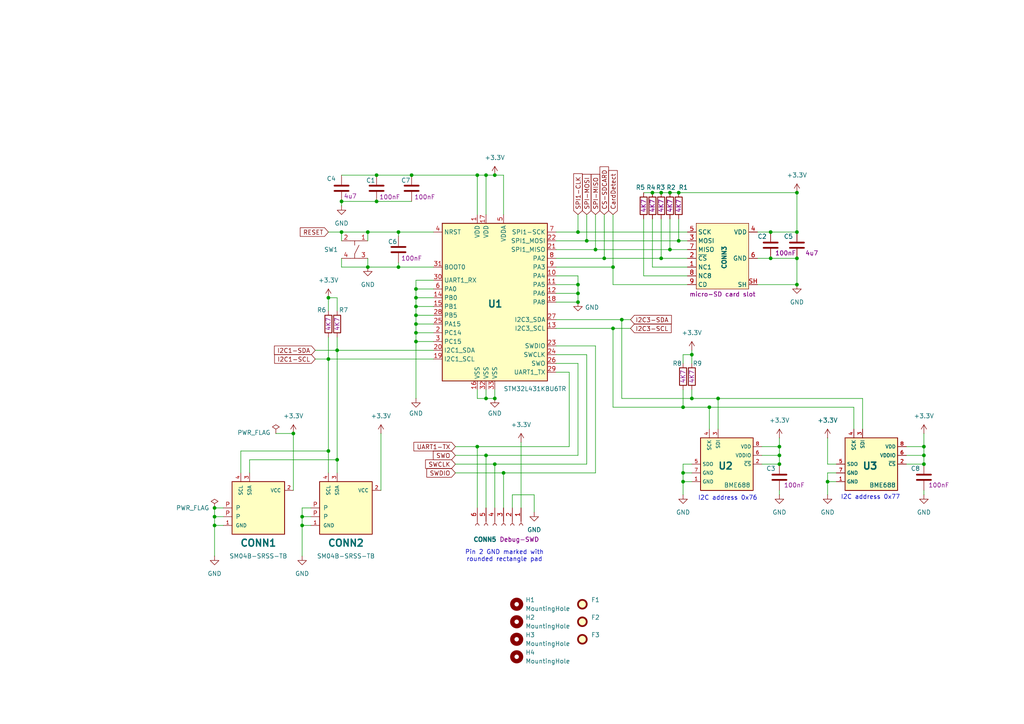
<source format=kicad_sch>
(kicad_sch (version 20231120) (generator "eeschema") (generator_version "8.0")
  (paper "A4")
  (title_block (title "BME688") (date "2024-09-18") (rev "V1") (company "Strooom"))
  (lib_symbols
    (symbol "1projectLibrary:BME688"
      (property "Reference" "U2" (at 2.54 0 0))
      (property "Value" "BME688" (at 7.747 -9.144 0))
      (symbol "BME688_1_1"
        (pin power_in line (at -10.16 -5.08 0) (length 2.54) (name "GND") (number "1"))
        (pin input line (at 10.16 0 180) (length 2.54) (name "~{CS}") (number "2"))
        (pin input line (at -2.54 10.16 270) (length 2.54) (name "SDI") (number "3"))
        (pin input line (at -5.08 10.16 270) (length 2.54) (name "SCK") (number "4"))
        (pin input line (at -10.16 0 0) (length 2.54) (name "SDO") (number "5"))
        (pin power_in line (at 10.16 2.54 180) (length 2.54) (name "VDDIO") (number "6"))
        (pin power_in line (at -10.16 -2.54 0) (length 2.54) (name "GND") (number "7"))
        (pin power_in line (at 10.16 5.08 180) (length 2.54) (name "VDD") (number "8"))
      )
    )
    (symbol "1projectLibrary:Qwiic connector" (pin_names (offset 1.016))
      (property "Reference" "CONN1" (at -5.08 0 0))
      (property "Value" "SM04B-SRSS-TB" (at -7.62 -10.16 0))
      (symbol "Qwiic connector_1_0"
        (pin power_in line (at -10.16 -5.08 0) (length 2.54) (name "GND") (number "1"))
        (pin power_in line (at 10.16 5.08 180) (length 2.54) (name "VCC") (number "2"))
        (pin bidirectional line (at -2.54 10.16 270) (length 2.54) (name "SDA") (number "3"))
        (pin bidirectional line (at -5.08 10.16 270) (length 2.54) (name "SCL") (number "4"))
      )
      (symbol "Qwiic connector_1_1"
        (pin passive line (at -10.16 -2.54 0) (length 2.54) (name "P") (number "P"))
        (pin passive line (at -10.16 0 0) (length 2.54) (name "P") (number "P"))
      )
    )
    (symbol "1projectLibrary:STM32L431K"
      (property "Reference" "U1" (at -2.286 -0.508 0))
      (property "Value" "STM32L431K" (at 2.54 -25.146 0))
      (symbol "STM32L431K_1_1"
        (pin power_in line (at -5.08 25.4 270) (length 2.54) (name "VDD") (number "1"))
        (pin input line (at 17.78 7.62 180) (length 2.54) (name "PA4") (number "10"))
        (pin input line (at 17.78 5.08 180) (length 2.54) (name "PA5") (number "11"))
        (pin input line (at 17.78 2.54 180) (length 2.54) (name "PA6") (number "12"))
        (pin output line (at 17.78 -7.62 180) (length 2.54) (name "I2C3_SCL") (number "13"))
        (pin input line (at -17.78 1.27 0) (length 2.54) (name "PB0") (number "14"))
        (pin input line (at -17.78 -1.27 0) (length 2.54) (name "PB1") (number "15"))
        (pin power_in line (at -5.08 -25.4 90) (length 2.54) (name "VSS") (number "16"))
        (pin power_in line (at -2.54 25.4 270) (length 2.54) (name "VDD") (number "17"))
        (pin input line (at 17.78 0 180) (length 2.54) (name "PA8") (number "18"))
        (pin output line (at -17.78 -16.51 0) (length 2.54) (name "I2C1_SCL") (number "19"))
        (pin input line (at -17.78 -8.89 0) (length 2.54) (name "PC14") (number "2"))
        (pin bidirectional line (at -17.78 -13.97 0) (length 2.54) (name "I2C1_SDA") (number "20"))
        (pin input line (at 17.78 15.24 180) (length 2.54) (name "SPI1_MISO") (number "21"))
        (pin output line (at 17.78 17.78 180) (length 2.54) (name "SPI1_MOSI") (number "22"))
        (pin bidirectional line (at 17.78 -12.7 180) (length 2.54) (name "SWDIO") (number "23"))
        (pin bidirectional line (at 17.78 -15.24 180) (length 2.54) (name "SWCLK") (number "24"))
        (pin input line (at -17.78 -6.35 0) (length 2.54) (name "PA15") (number "25"))
        (pin output line (at 17.78 -17.78 180) (length 2.54) (name "SWO") (number "26"))
        (pin bidirectional line (at 17.78 -5.08 180) (length 2.54) (name "I2C3_SDA") (number "27"))
        (pin input line (at -17.78 -3.81 0) (length 2.54) (name "PB5") (number "28"))
        (pin output line (at 17.78 -20.32 180) (length 2.54) (name "UART1_TX") (number "29"))
        (pin input line (at -17.78 -11.43 0) (length 2.54) (name "PC15") (number "3"))
        (pin input line (at -17.78 6.35 0) (length 2.54) (name "UART1_RX") (number "30"))
        (pin input line (at -17.78 10.16 0) (length 2.54) (name "BOOT0") (number "31"))
        (pin passive line (at -2.54 -25.4 90) (length 2.54) (name "VSS") (number "32"))
        (pin passive line (at 0 -25.4 90) (length 2.54) (name "VSS") (number "33"))
        (pin input line (at -17.78 20.32 0) (length 2.54) (name "NRST") (number "4"))
        (pin power_in line (at 2.54 25.4 270) (length 2.54) (name "VDDA") (number "5"))
        (pin input line (at -17.78 3.81 0) (length 2.54) (name "PA0") (number "6"))
        (pin output line (at 17.78 20.32 180) (length 2.54) (name "SPI1-SCK") (number "7"))
        (pin bidirectional line (at 17.78 12.7 180) (length 2.54) (name "PA2") (number "8"))
        (pin bidirectional line (at 17.78 10.16 180) (length 2.54) (name "PA3") (number "9"))
      )
    )
    (symbol "1projectLibrary:Switch_434133025816" (pin_names (offset 1.016) hide)
      (symbol "Switch_434133025816_1_1"
        (pin passive line (at 3.81 2.54 180) (length 2.54) (name "1") (number "1"))
        (pin passive line (at -3.81 2.54 0) (length 2.54) (name "2") (number "2"))
        (pin passive line (at 3.81 -2.54 180) (length 2.54) (name "3") (number "3"))
        (pin passive line (at -3.81 -2.54 0) (length 2.54) (name "4") (number "4"))
      )
    )
    (symbol "1projectLibrary:microSdCard"
      (property "Reference" "CONN" (at 0 12.7 0))
      (property "Value" "MSD-1-A" (at 2.54 -10.16 0))
      (property "Description" "micro-SD card slot" (at 0 -12.7 0))
      (symbol "microSdCard_1_1"
        (pin input line (at -10.16 -2.54 0) (length 2.54) (name "NC1") (number "1"))
        (pin input line (at -10.16 0 0) (length 2.54) (name "~{CS}") (number "2"))
        (pin input line (at -10.16 5.08 0) (length 2.54) (name "MOSI") (number "3"))
        (pin power_in line (at 10.16 7.62 180) (length 2.54) (name "VDD") (number "4"))
        (pin input line (at -10.16 7.62 0) (length 2.54) (name "SCK") (number "5"))
        (pin power_in line (at 10.16 0 180) (length 2.54) (name "GND") (number "6"))
        (pin tri_state line (at -10.16 2.54 0) (length 2.54) (name "MISO") (number "7"))
        (pin input line (at -10.16 -5.08 0) (length 2.54) (name "NC8") (number "8"))
        (pin output line (at -10.16 -7.62 0) (length 2.54) (name "CD") (number "9"))
        (pin passive line (at 10.16 -7.62 180) (length 2.54) (name "SH") (number "SH"))
      )
    )
    (symbol "Connector:Conn_01x06_Socket" (pin_names (offset 1.016) hide)
      (property "Reference" "J" (at 0 7.62 0))
      (property "Value" "Conn_01x06_Socket" (at 0 -10.16 0))
      (symbol "Conn_01x06_Socket_1_1"
        (pin passive line (at -5.08 5.08 0) (length 3.81) (name "Pin_1") (number "1"))
        (pin passive line (at -5.08 2.54 0) (length 3.81) (name "Pin_2") (number "2"))
        (pin passive line (at -5.08 0 0) (length 3.81) (name "Pin_3") (number "3"))
        (pin passive line (at -5.08 -2.54 0) (length 3.81) (name "Pin_4") (number "4"))
        (pin passive line (at -5.08 -5.08 0) (length 3.81) (name "Pin_5") (number "5"))
        (pin passive line (at -5.08 -7.62 0) (length 3.81) (name "Pin_6") (number "6"))
      )
    )
    (symbol "Device:C" (pin_numbers hide) (pin_names (offset 0.254))
      (property "Reference" "C" (at 0.635 2.54 0))
      (property "Value" "C" (at 0.635 -2.54 0))
      (symbol "C_1_1"
        (pin passive line (at 0 3.81 270) (length 2.794) (name "~") (number "1"))
        (pin passive line (at 0 -3.81 90) (length 2.794) (name "~") (number "2"))
      )
    )
    (symbol "Device:R" (pin_numbers hide) (pin_names (offset 0))
      (property "Reference" "R" (at 2.032 0 90))
      (property "Value" "R" (at 0 0 90))
      (symbol "R_1_1"
        (pin passive line (at 0 3.81 270) (length 1.27) (name "~") (number "1"))
        (pin passive line (at 0 -3.81 90) (length 1.27) (name "~") (number "2"))
      )
    )
    (symbol "Mechanical:Fiducial"
      (property "Reference" "FID" (at 0 5.08 0))
      (property "Value" "Fiducial" (at 0 3.175 0))
    )
    (symbol "Mechanical:MountingHole" (pin_names (offset 1.016)) (exclude_from_sim yes) (in_bom no)
      (property "Reference" "H" (at 0 5.08 0))
      (property "Value" "MountingHole" (at 0 3.175 0))
    )
    (symbol "power:+3.3V" (power) (pin_numbers hide) (pin_names (offset 0) hide)
      (property "Value" "+3.3V" (at 0 3.556 0))
      (symbol "+3.3V_1_1"
        (pin power_in line (at 0 0 90) (length 0) (name "~") (number "1"))
      )
    )
    (symbol "power:GND" (power) (pin_numbers hide) (pin_names (offset 0) hide)
      (property "Value" "GND" (at 0 -3.81 0))
      (symbol "GND_1_1"
        (pin power_in line (at 0 0 270) (length 0) (name "~") (number "1"))
      )
    )
    (symbol "power:PWR_FLAG" (power) (pin_numbers hide) (pin_names (offset 0) hide)
      (property "Value" "PWR_FLAG" (at 0 3.81 0))
      (symbol "PWR_FLAG_0_0"
        (pin power_out line (at 0 0 90) (length 0) (name "~") (number "1"))
      )
    )
  )
  (junction (at 119.38 50.8))
  (junction (at 146.05 137.16))
  (junction (at 208.28 115.57))
  (junction (at 223.52 67.31))
  (junction (at 267.97 134.62))
  (junction (at 170.18 69.85))
  (junction (at 62.23 152.4))
  (junction (at 120.65 83.82))
  (junction (at 138.43 50.8))
  (junction (at 226.06 134.62))
  (junction (at 189.23 55.88))
  (junction (at 167.64 67.31))
  (junction (at 175.26 74.93))
  (junction (at 115.57 67.31))
  (junction (at 226.06 132.08))
  (junction (at 140.97 115.57))
  (junction (at 85.09 125.73))
  (junction (at 97.79 101.6))
  (junction (at 240.03 139.7))
  (junction (at 120.65 99.06))
  (junction (at 198.12 139.7))
  (junction (at 106.68 67.31))
  (junction (at 231.14 82.55))
  (junction (at 231.14 67.31))
  (junction (at 115.57 77.47))
  (junction (at 231.14 55.88))
  (junction (at 62.23 147.32))
  (junction (at 143.51 115.57))
  (junction (at 95.25 130.81))
  (junction (at 140.97 50.8))
  (junction (at 97.79 133.35))
  (junction (at 196.85 55.88))
  (junction (at 198.12 118.11))
  (junction (at 167.64 85.09))
  (junction (at 99.06 67.31))
  (junction (at 191.77 74.93))
  (junction (at 194.31 55.88))
  (junction (at 87.63 152.4))
  (junction (at 205.74 118.11))
  (junction (at 62.23 149.86))
  (junction (at 87.63 149.86))
  (junction (at 223.52 74.93))
  (junction (at 167.64 82.55))
  (junction (at 120.65 96.52))
  (junction (at 267.97 129.54))
  (junction (at 177.8 95.25))
  (junction (at 177.8 77.47))
  (junction (at 120.65 86.36))
  (junction (at 99.06 58.42))
  (junction (at 95.25 104.14))
  (junction (at 172.72 72.39))
  (junction (at 140.97 132.08))
  (junction (at 194.31 72.39))
  (junction (at 143.51 50.8))
  (junction (at 226.06 129.54))
  (junction (at 200.66 115.57))
  (junction (at 198.12 137.16))
  (junction (at 95.25 86.36))
  (junction (at 167.64 87.63))
  (junction (at 196.85 69.85))
  (junction (at 231.14 74.93))
  (junction (at 109.22 58.42))
  (junction (at 180.34 92.71))
  (junction (at 120.65 91.44))
  (junction (at 200.66 102.87))
  (junction (at 191.77 55.88))
  (junction (at 267.97 132.08))
  (junction (at 120.65 88.9))
  (junction (at 138.43 129.54))
  (junction (at 143.51 134.62))
  (junction (at 120.65 93.98))
  (junction (at 109.22 50.8))
  (junction (at 106.68 77.47))
  (wire (pts (xy 194.31 72.39) (xy 199.39 72.39)))
  (wire (pts (xy 97.79 133.35) (xy 72.39 133.35)))
  (wire (pts (xy 132.08 137.16) (xy 146.05 137.16)))
  (wire (pts (xy 90.17 147.32) (xy 87.63 147.32)))
  (wire (pts (xy 200.66 134.62) (xy 198.12 134.62)))
  (wire (pts (xy 247.65 118.11) (xy 247.65 124.46)))
  (wire (pts (xy 200.66 137.16) (xy 198.12 137.16)))
  (wire (pts (xy 87.63 147.32) (xy 87.63 149.86)))
  (wire (pts (xy 172.72 72.39) (xy 194.31 72.39)))
  (wire (pts (xy 200.66 102.87) (xy 200.66 105.41)))
  (wire (pts (xy 120.65 99.06) (xy 125.73 99.06)))
  (wire (pts (xy 69.85 130.81) (xy 69.85 137.16)))
  (wire (pts (xy 226.06 132.08) (xy 226.06 129.54)))
  (wire (pts (xy 161.29 85.09) (xy 167.64 85.09)))
  (wire (pts (xy 186.69 80.01) (xy 199.39 80.01)))
  (wire (pts (xy 106.68 74.93) (xy 106.68 77.47)))
  (wire (pts (xy 161.29 72.39) (xy 172.72 72.39)))
  (wire (pts (xy 226.06 134.62) (xy 226.06 132.08)))
  (wire (pts (xy 62.23 147.32) (xy 64.77 147.32)))
  (wire (pts (xy 95.25 130.81) (xy 69.85 130.81)))
  (wire (pts (xy 167.64 132.08) (xy 140.97 132.08)))
  (wire (pts (xy 240.03 139.7) (xy 242.57 139.7)))
  (wire (pts (xy 165.1 107.95) (xy 165.1 129.54)))
  (wire (pts (xy 177.8 95.25) (xy 182.88 95.25)))
  (wire (pts (xy 242.57 137.16) (xy 240.03 137.16)))
  (wire (pts (xy 120.65 88.9) (xy 125.73 88.9)))
  (wire (pts (xy 106.68 77.47) (xy 115.57 77.47)))
  (wire (pts (xy 198.12 102.87) (xy 198.12 105.41)))
  (wire (pts (xy 189.23 55.88) (xy 191.77 55.88)))
  (wire (pts (xy 177.8 95.25) (xy 177.8 118.11)))
  (wire (pts (xy 194.31 63.5) (xy 194.31 72.39)))
  (wire (pts (xy 161.29 87.63) (xy 167.64 87.63)))
  (wire (pts (xy 200.66 115.57) (xy 208.28 115.57)))
  (wire (pts (xy 85.09 125.73) (xy 85.09 142.24)))
  (wire (pts (xy 143.51 50.8) (xy 146.05 50.8)))
  (wire (pts (xy 262.89 134.62) (xy 267.97 134.62)))
  (wire (pts (xy 219.71 74.93) (xy 223.52 74.93)))
  (wire (pts (xy 172.72 62.23) (xy 172.72 72.39)))
  (wire (pts (xy 226.06 143.51) (xy 226.06 142.24)))
  (wire (pts (xy 175.26 74.93) (xy 191.77 74.93)))
  (wire (pts (xy 80.01 125.73) (xy 85.09 125.73)))
  (wire (pts (xy 120.65 86.36) (xy 125.73 86.36)))
  (wire (pts (xy 198.12 137.16) (xy 198.12 139.7)))
  (wire (pts (xy 196.85 63.5) (xy 196.85 69.85)))
  (wire (pts (xy 140.97 50.8) (xy 140.97 62.23)))
  (wire (pts (xy 95.25 86.36) (xy 97.79 86.36)))
  (wire (pts (xy 99.06 69.85) (xy 99.06 67.31)))
  (wire (pts (xy 219.71 67.31) (xy 223.52 67.31)))
  (wire (pts (xy 151.13 128.27) (xy 151.13 147.32)))
  (wire (pts (xy 186.69 63.5) (xy 186.69 80.01)))
  (wire (pts (xy 95.25 97.79) (xy 95.25 104.14)))
  (wire (pts (xy 99.06 74.93) (xy 99.06 77.47)))
  (wire (pts (xy 223.52 67.31) (xy 231.14 67.31)))
  (wire (pts (xy 148.59 143.51) (xy 154.94 143.51)))
  (wire (pts (xy 91.44 101.6) (xy 97.79 101.6)))
  (wire (pts (xy 189.23 77.47) (xy 199.39 77.47)))
  (wire (pts (xy 154.94 143.51) (xy 154.94 148.59)))
  (wire (pts (xy 167.64 80.01) (xy 167.64 82.55)))
  (wire (pts (xy 115.57 77.47) (xy 115.57 76.2)))
  (wire (pts (xy 91.44 104.14) (xy 95.25 104.14)))
  (wire (pts (xy 95.25 104.14) (xy 95.25 130.81)))
  (wire (pts (xy 208.28 115.57) (xy 208.28 124.46)))
  (wire (pts (xy 140.97 132.08) (xy 140.97 147.32)))
  (wire (pts (xy 165.1 129.54) (xy 138.43 129.54)))
  (wire (pts (xy 99.06 50.8) (xy 109.22 50.8)))
  (wire (pts (xy 194.31 55.88) (xy 196.85 55.88)))
  (wire (pts (xy 177.8 62.23) (xy 177.8 77.47)))
  (wire (pts (xy 120.65 93.98) (xy 120.65 96.52)))
  (wire (pts (xy 87.63 149.86) (xy 90.17 149.86)))
  (wire (pts (xy 198.12 118.11) (xy 205.74 118.11)))
  (wire (pts (xy 120.65 99.06) (xy 120.65 115.57)))
  (wire (pts (xy 167.64 85.09) (xy 167.64 87.63)))
  (wire (pts (xy 220.98 132.08) (xy 226.06 132.08)))
  (wire (pts (xy 120.65 96.52) (xy 120.65 99.06)))
  (wire (pts (xy 200.66 139.7) (xy 198.12 139.7)))
  (wire (pts (xy 120.65 91.44) (xy 125.73 91.44)))
  (wire (pts (xy 109.22 58.42) (xy 119.38 58.42)))
  (wire (pts (xy 175.26 62.23) (xy 175.26 74.93)))
  (wire (pts (xy 97.79 133.35) (xy 97.79 137.16)))
  (wire (pts (xy 161.29 100.33) (xy 172.72 100.33)))
  (wire (pts (xy 240.03 137.16) (xy 240.03 139.7)))
  (wire (pts (xy 161.29 82.55) (xy 167.64 82.55)))
  (wire (pts (xy 138.43 50.8) (xy 138.43 62.23)))
  (wire (pts (xy 97.79 97.79) (xy 97.79 101.6)))
  (wire (pts (xy 267.97 143.51) (xy 267.97 142.24)))
  (wire (pts (xy 106.68 67.31) (xy 115.57 67.31)))
  (wire (pts (xy 120.65 91.44) (xy 120.65 93.98)))
  (wire (pts (xy 191.77 74.93) (xy 199.39 74.93)))
  (wire (pts (xy 177.8 118.11) (xy 198.12 118.11)))
  (wire (pts (xy 189.23 63.5) (xy 189.23 77.47)))
  (wire (pts (xy 177.8 82.55) (xy 199.39 82.55)))
  (wire (pts (xy 138.43 129.54) (xy 138.43 147.32)))
  (wire (pts (xy 97.79 86.36) (xy 97.79 90.17)))
  (wire (pts (xy 220.98 134.62) (xy 226.06 134.62)))
  (wire (pts (xy 62.23 152.4) (xy 62.23 161.29)))
  (wire (pts (xy 198.12 102.87) (xy 200.66 102.87)))
  (wire (pts (xy 97.79 101.6) (xy 125.73 101.6)))
  (wire (pts (xy 200.66 113.03) (xy 200.66 115.57)))
  (wire (pts (xy 106.68 69.85) (xy 106.68 67.31)))
  (wire (pts (xy 161.29 105.41) (xy 167.64 105.41)))
  (wire (pts (xy 161.29 102.87) (xy 170.18 102.87)))
  (wire (pts (xy 161.29 77.47) (xy 177.8 77.47)))
  (wire (pts (xy 161.29 80.01) (xy 167.64 80.01)))
  (wire (pts (xy 125.73 81.28) (xy 120.65 81.28)))
  (wire (pts (xy 115.57 68.58) (xy 115.57 67.31)))
  (wire (pts (xy 177.8 77.47) (xy 177.8 82.55)))
  (wire (pts (xy 138.43 115.57) (xy 140.97 115.57)))
  (wire (pts (xy 120.65 93.98) (xy 125.73 93.98)))
  (wire (pts (xy 196.85 55.88) (xy 231.14 55.88)))
  (wire (pts (xy 90.17 152.4) (xy 87.63 152.4)))
  (wire (pts (xy 167.64 82.55) (xy 167.64 85.09)))
  (wire (pts (xy 205.74 118.11) (xy 247.65 118.11)))
  (wire (pts (xy 161.29 107.95) (xy 165.1 107.95)))
  (wire (pts (xy 140.97 113.03) (xy 140.97 115.57)))
  (wire (pts (xy 99.06 77.47) (xy 106.68 77.47)))
  (wire (pts (xy 120.65 86.36) (xy 120.65 88.9)))
  (wire (pts (xy 143.51 147.32) (xy 143.51 134.62)))
  (wire (pts (xy 132.08 132.08) (xy 140.97 132.08)))
  (wire (pts (xy 250.19 115.57) (xy 250.19 124.46)))
  (wire (pts (xy 161.29 74.93) (xy 175.26 74.93)))
  (wire (pts (xy 120.65 96.52) (xy 125.73 96.52)))
  (wire (pts (xy 62.23 149.86) (xy 62.23 152.4)))
  (wire (pts (xy 95.25 104.14) (xy 125.73 104.14)))
  (wire (pts (xy 62.23 147.32) (xy 62.23 149.86)))
  (wire (pts (xy 180.34 92.71) (xy 182.88 92.71)))
  (wire (pts (xy 95.25 130.81) (xy 95.25 137.16)))
  (wire (pts (xy 148.59 147.32) (xy 148.59 143.51)))
  (wire (pts (xy 167.64 62.23) (xy 167.64 67.31)))
  (wire (pts (xy 186.69 55.88) (xy 189.23 55.88)))
  (wire (pts (xy 198.12 134.62) (xy 198.12 137.16)))
  (wire (pts (xy 120.65 83.82) (xy 125.73 83.82)))
  (wire (pts (xy 223.52 74.93) (xy 231.14 74.93)))
  (wire (pts (xy 231.14 74.93) (xy 231.14 82.55)))
  (wire (pts (xy 180.34 115.57) (xy 200.66 115.57)))
  (wire (pts (xy 64.77 152.4) (xy 62.23 152.4)))
  (wire (pts (xy 167.64 105.41) (xy 167.64 132.08)))
  (wire (pts (xy 170.18 62.23) (xy 170.18 69.85)))
  (wire (pts (xy 146.05 137.16) (xy 172.72 137.16)))
  (wire (pts (xy 267.97 125.73) (xy 267.97 129.54)))
  (wire (pts (xy 240.03 139.7) (xy 240.03 143.51)))
  (wire (pts (xy 208.28 115.57) (xy 250.19 115.57)))
  (wire (pts (xy 72.39 133.35) (xy 72.39 137.16)))
  (wire (pts (xy 161.29 69.85) (xy 170.18 69.85)))
  (wire (pts (xy 97.79 101.6) (xy 97.79 133.35)))
  (wire (pts (xy 132.08 134.62) (xy 143.51 134.62)))
  (wire (pts (xy 143.51 113.03) (xy 143.51 115.57)))
  (wire (pts (xy 198.12 113.03) (xy 198.12 118.11)))
  (wire (pts (xy 120.65 88.9) (xy 120.65 91.44)))
  (wire (pts (xy 262.89 132.08) (xy 267.97 132.08)))
  (wire (pts (xy 242.57 134.62) (xy 240.03 134.62)))
  (wire (pts (xy 115.57 67.31) (xy 125.73 67.31)))
  (wire (pts (xy 120.65 81.28) (xy 120.65 83.82)))
  (wire (pts (xy 231.14 55.88) (xy 231.14 67.31)))
  (wire (pts (xy 132.08 129.54) (xy 138.43 129.54)))
  (wire (pts (xy 191.77 55.88) (xy 194.31 55.88)))
  (wire (pts (xy 95.25 86.36) (xy 95.25 90.17)))
  (wire (pts (xy 95.25 67.31) (xy 99.06 67.31)))
  (wire (pts (xy 87.63 152.4) (xy 87.63 161.29)))
  (wire (pts (xy 140.97 115.57) (xy 143.51 115.57)))
  (wire (pts (xy 138.43 113.03) (xy 138.43 115.57)))
  (wire (pts (xy 99.06 58.42) (xy 109.22 58.42)))
  (wire (pts (xy 167.64 67.31) (xy 199.39 67.31)))
  (wire (pts (xy 262.89 129.54) (xy 267.97 129.54)))
  (wire (pts (xy 267.97 132.08) (xy 267.97 134.62)))
  (wire (pts (xy 146.05 147.32) (xy 146.05 137.16)))
  (wire (pts (xy 170.18 69.85) (xy 196.85 69.85)))
  (wire (pts (xy 120.65 83.82) (xy 120.65 86.36)))
  (wire (pts (xy 220.98 129.54) (xy 226.06 129.54)))
  (wire (pts (xy 99.06 67.31) (xy 106.68 67.31)))
  (wire (pts (xy 267.97 129.54) (xy 267.97 132.08)))
  (wire (pts (xy 161.29 92.71) (xy 180.34 92.71)))
  (wire (pts (xy 99.06 58.42) (xy 99.06 59.69)))
  (wire (pts (xy 146.05 50.8) (xy 146.05 62.23)))
  (wire (pts (xy 219.71 82.55) (xy 231.14 82.55)))
  (wire (pts (xy 110.49 125.73) (xy 110.49 142.24)))
  (wire (pts (xy 161.29 95.25) (xy 177.8 95.25)))
  (wire (pts (xy 198.12 139.7) (xy 198.12 143.51)))
  (wire (pts (xy 138.43 50.8) (xy 140.97 50.8)))
  (wire (pts (xy 119.38 50.8) (xy 138.43 50.8)))
  (wire (pts (xy 161.29 67.31) (xy 167.64 67.31)))
  (wire (pts (xy 180.34 92.71) (xy 180.34 115.57)))
  (wire (pts (xy 191.77 63.5) (xy 191.77 74.93)))
  (wire (pts (xy 205.74 118.11) (xy 205.74 124.46)))
  (wire (pts (xy 62.23 149.86) (xy 64.77 149.86)))
  (wire (pts (xy 115.57 77.47) (xy 125.73 77.47)))
  (wire (pts (xy 199.39 69.85) (xy 196.85 69.85)))
  (wire (pts (xy 143.51 134.62) (xy 170.18 134.62)))
  (wire (pts (xy 172.72 100.33) (xy 172.72 137.16)))
  (wire (pts (xy 109.22 50.8) (xy 119.38 50.8)))
  (wire (pts (xy 240.03 134.62) (xy 240.03 127)))
  (wire (pts (xy 87.63 149.86) (xy 87.63 152.4)))
  (wire (pts (xy 170.18 102.87) (xy 170.18 134.62)))
  (wire (pts (xy 200.66 101.6) (xy 200.66 102.87)))
  (wire (pts (xy 226.06 127) (xy 226.06 129.54)))
  (wire (pts (xy 140.97 50.8) (xy 143.51 50.8)))
  (text "Pin 2 GND marked with\nrounded rectangle pad" (at 146.304 161.29 0) (effects (font (size 1.27 1.27))))
  (text "I2C address 0x76" (at 211.074 144.526 0) (effects (font (size 1.27 1.27))))
  (text "I2C address 0x77" (at 252.476 144.272 0) (effects (font (size 1.27 1.27))))
  (global_label "SPI1-CLK" (shape input) (at 167.64 62.23 90) (property "Intersheetrefs" "${INTERSHEET_REFS}" (effects (hide yes))))
  (global_label "SPI-MISO" (shape input) (at 172.72 62.23 90) (property "Intersheetrefs" "${INTERSHEET_REFS}" (effects (hide yes))))
  (global_label "I2C1-SDA" (shape input) (at 91.44 101.6 180) (property "Intersheetrefs" "${INTERSHEET_REFS}" (effects (hide yes))))
  (global_label "SPI-MOSI" (shape input) (at 170.18 62.23 90) (property "Intersheetrefs" "${INTERSHEET_REFS}" (effects (hide yes))))
  (global_label "I2C3-SDA" (shape input) (at 182.88 92.71 0) (property "Intersheetrefs" "${INTERSHEET_REFS}" (effects (hide yes))))
  (global_label "UART1-TX" (shape input) (at 132.08 129.54 180) (property "Intersheetrefs" "${INTERSHEET_REFS}" (effects (hide yes))))
  (global_label "RESET" (shape input) (at 95.25 67.31 180) (property "Intersheetrefs" "${INTERSHEET_REFS}" (effects (hide yes))))
  (global_label "CS-SDCARD" (shape input) (at 175.26 62.23 90) (property "Intersheetrefs" "${INTERSHEET_REFS}" (effects (hide yes))))
  (global_label "CardDetect" (shape input) (at 177.8 62.23 90) (property "Intersheetrefs" "${INTERSHEET_REFS}" (effects (hide yes))))
  (global_label "I2C3-SCL" (shape input) (at 182.88 95.25 0) (property "Intersheetrefs" "${INTERSHEET_REFS}" (effects (hide yes))))
  (global_label "SWO" (shape input) (at 132.08 132.08 180) (property "Intersheetrefs" "${INTERSHEET_REFS}" (effects (hide yes))))
  (global_label "SWCLK" (shape input) (at 132.08 134.62 180) (property "Intersheetrefs" "${INTERSHEET_REFS}" (effects (hide yes))))
  (global_label "SWDIO" (shape input) (at 132.08 137.16 180) (property "Intersheetrefs" "${INTERSHEET_REFS}" (effects (hide yes))))
  (global_label "I2C1-SCL" (shape input) (at 91.44 104.14 180) (property "Intersheetrefs" "${INTERSHEET_REFS}" (effects (hide yes))))
  (symbol (lib_id "power:GND") (at 62.23 161.29 0) (unit 1)
    (property "Reference" "#PWR08" (effects (hide yes)))
    (property "Value" "GND" (at 62.23 166.37 0))
    (property "Description" "Power symbol creates a global label with name \"GND\" , ground" (effects (hide yes)))
  )
  (symbol (lib_id "power:GND") (at 267.97 143.51 0) (unit 1)
    (property "Reference" "#PWR015" (effects (hide yes)))
    (property "Value" "GND" (at 267.97 148.59 0))
    (property "Description" "Power symbol creates a global label with name \"GND\" , ground" (effects (hide yes)))
  )
  (symbol (lib_id "Mechanical:Fiducial") (at 168.91 180.34 0) (unit 1)
    (property "Reference" "F2" (at 171.45 179.0699 0) (effects (justify left)))
    (property "Value" "Fiducial" (effects (hide yes)))
    (property "Footprint" "Fiducial:Fiducial_0.5mm_Mask1mm" (effects (hide yes)))
    (property "Datasheet" "notApplicable" (effects (hide yes)))
    (property "Description" "Fiducial" (effects (hide yes)))
    (property "manufacturerName" "notApplicable" (effects (hide yes)))
    (property "manufacturerPartNumber" "notApplicable" (effects (hide yes)))
    (property "digikeyPartNumber" "notApplicable" (effects (hide yes)))
    (property "mouserPartNumber" "notApplicable" (effects (hide yes)))
    (property "octopartUrl" "notApplicable" (effects (hide yes)))
  )
  (symbol (lib_id "power:GND") (at 226.06 143.51 0) (unit 1)
    (property "Reference" "#PWR03" (effects (hide yes)))
    (property "Value" "GND" (at 226.06 148.59 0))
    (property "Description" "Power symbol creates a global label with name \"GND\" , ground" (effects (hide yes)))
  )
  (symbol (lib_id "Mechanical:Fiducial") (at 168.91 175.26 0) (unit 1)
    (property "Reference" "F1" (at 171.45 173.9899 0) (effects (justify left)))
    (property "Value" "Fiducial" (effects (hide yes)))
    (property "Footprint" "Fiducial:Fiducial_0.5mm_Mask1mm" (effects (hide yes)))
    (property "Datasheet" "notApplicable" (effects (hide yes)))
    (property "Description" "Fiducial" (effects (hide yes)))
    (property "manufacturerName" "notApplicable" (effects (hide yes)))
    (property "manufacturerPartNumber" "notApplicable" (effects (hide yes)))
    (property "digikeyPartNumber" "notApplicable" (effects (hide yes)))
    (property "mouserPartNumber" "notApplicable" (effects (hide yes)))
    (property "octopartUrl" "notApplicable" (effects (hide yes)))
  )
  (symbol (lib_id "power:+3.3V") (at 240.03 127 0) (unit 1)
    (property "Reference" "#PWR016" (effects (hide yes)))
    (property "Value" "+3.3V" (at 240.03 121.92 0))
    (property "Description" "Power symbol creates a global label with name \"+3.3V\"" (effects (hide yes)))
  )
  (symbol (lib_name "1projectLibrary:Qwiic connector") (lib_id "1projectLibrary:Qwiic connector") (at 74.93 147.32 0) (unit 1)
    (property "Reference" "CONN1" (at 74.93 157.48 0) (effects (font (size 2 2) (bold yes))))
    (property "Value" "SM04B-SRSS-TB" (at 74.93 161.29 0))
    (property "Footprint" "1projectLibrary:JST_SH_SM04B-SRSS-TB_1x04-1MP_P1.00mm_Horizontal" (effects (hide yes)))
    (property "Datasheet" "https://www.mouser.be/datasheet/2/813/eSH-2487316.pdf" (effects (hide yes)))
    (property "Description" "Qwiic" (effects (hide yes)))
    (property "manufacturerName" "Sparkfun - JST" (effects (hide yes)))
    (property "mouserPartNumber" "306-SM04BSRSSTBLFDNP" (effects (hide yes)))
    (property "manufacturerPartNumber" "SM04B-SRSS-TB(LF)(DN)(P)" (effects (hide yes)))
    (property "octopartUrl" "https://octopart.com/sm04b-srss-tb%28lf%29%28dn%29%28p%29-jst-154671066?r=sp" (effects (hide yes)))
  )
  (symbol (lib_id "power:GND") (at 154.94 148.59 0) (unit 1)
    (property "Reference" "#PWR018" (effects (hide yes)))
    (property "Value" "GND" (at 154.94 153.67 0))
    (property "Description" "Power symbol creates a global label with name \"GND\" , ground" (effects (hide yes)))
  )
  (symbol (lib_id "1projectLibrary:microSdCard") (at 209.55 74.93 0) (unit 1)
    (property "Reference" "CONN3" (at 210.058 74.676 90) (effects (font (bold yes))))
    (property "Value" "MSD-1-A" (effects (hide yes)))
    (property "Footprint" "1projectLibrary:MSD-1-A" (effects (hide yes)))
    (property "Datasheet" "https://www.mouser.be/datasheet/2/670/msd_1_a-3367597.pdf" (effects (hide yes)))
    (property "Description" "micro-SD card slot" (at 209.55 85.344 0))
    (property "manufacturerName" "CUI Devices" (effects (hide yes)))
    (property "mouserPartNumber" "179-MSD-1-A" (effects (hide yes)))
    (property "manufacturerPartNumber" "MSD-1-A" (effects (hide yes)))
    (property "octopartUrl" "https://octopart.com/msd-1-a-same+sky-145369555?r=sp" (effects (hide yes)))
  )
  (symbol (lib_id "power:+3.3V") (at 200.66 101.6 0) (unit 1)
    (property "Reference" "#PWR05" (effects (hide yes)))
    (property "Value" "+3.3V" (at 200.66 96.52 0))
    (property "Description" "Power symbol creates a global label with name \"+3.3V\"" (effects (hide yes)))
  )
  (symbol (lib_id "Device:C") (at 99.06 54.61 0) (unit 1)
    (property "Reference" "C4" (at 94.742 51.816 0) (effects (justify left)))
    (property "Value" "C0603C475K8PAC7411" (effects (hide yes)))
    (property "Footprint" "1projectLibrary:C_0603_nominal" (effects (hide yes)))
    (property "Datasheet" "https://www.mouser.be/datasheet/2/447/KEM_C1006_X5R_SMD-3316465.pdf" (effects (hide yes)))
    (property "Description" "4u7" (at 101.6 56.896 0))
    (property "digikeyPartNumber" "399-C0603C475K8PAC7411CT-ND" (effects (hide yes)))
    (property "manufacturerName" "Yageo - Kemet" (effects (hide yes)))
    (property "manufacturerPartNumber" "C0603C475K8PAC7411" (effects (hide yes)))
    (property "mouserPartNumber" "80-C0603C475K8PACLR" (effects (hide yes)))
    (property "octopartUrl" "https://octopart.com/c0603c475k8pac7411-kemet-75146718?r=" (effects (hide yes)))
    (property "GPN" "GPC0603475" (effects (hide yes)))
  )
  (symbol (lib_id "power:+3.3V") (at 267.97 125.73 0) (unit 1)
    (property "Reference" "#PWR012" (effects (hide yes)))
    (property "Value" "+3.3V" (at 267.97 120.65 0))
    (property "Description" "Power symbol creates a global label with name \"+3.3V\"" (effects (hide yes)))
  )
  (symbol (lib_id "power:GND") (at 106.68 77.47 0) (unit 1)
    (property "Reference" "#PWR013" (effects (hide yes)))
    (property "Value" "GND" (at 106.68 82.55 0))
    (property "Description" "Power symbol creates a global label with name \"GND\" , ground" (effects (hide yes)))
  )
  (symbol (lib_id "1projectLibrary:STM32L431K") (at 143.51 87.63 0) (unit 1)
    (property "Reference" "U1" (at 141.224 88.138 0) (effects (font (size 2 2) (bold yes)) (justify left)))
    (property "Value" "STM32L431KBU6TR" (at 146.05 112.776 0) (effects (justify left)))
    (property "Footprint" "Package_DFN_QFN:QFN-32-1EP_5x5mm_P0.5mm_EP3.45x3.45mm" (effects (hide yes)))
    (property "Datasheet" "https://www.st.com/resource/en/datasheet/stm32l431kb.pdf" (effects (hide yes)))
    (property "Description" "STMicroelectronics Arm Cortex-M4 MCU, 128-256KB flash, 64KB RAM, 80 MHz, 1.71-3.6V, 26 GPIO, UFQFPN32" (effects (hide yes)))
    (property "digikeyPartNumber" "497-18831-1-ND" (effects (hide yes)))
    (property "manufacturerName" "ST" (effects (hide yes)))
    (property "manufacturerPartNumber" "STM32L431KBU6TR" (effects (hide yes)))
    (property "mouserPartNumber" "511-STM32L431KBU6TR" (effects (hide yes)))
    (property "octopartUrl" "https://octopart.com/stm32l431kbu6tr-stmicroelectronics-89206856?r=sp" (effects (hide yes)))
  )
  (symbol (lib_id "Device:R") (at 191.77 59.69 0) (unit 1)
    (property "Reference" "R3" (at 190.246 54.356 0) (effects (justify left)))
    (property "Value" "CR0603-FX-4701ELF" (effects (hide yes)))
    (property "Footprint" "1projectLibrary:R_0603_nominal" (effects (hide yes)))
    (property "Datasheet" "https://www.mouser.be/datasheet/2/54/cr-1858361.pdf" (effects (hide yes)))
    (property "Description" "4K7" (at 191.77 59.69 90))
    (property "GPN" "GPR06034K7" (effects (hide yes)))
    (property "manufacturerName" "Bourns" (effects (hide yes)))
    (property "manufacturerPartNumber" "CR0603-FX-4701ELF" (effects (hide yes)))
    (property "mouserPartNumber" "652-CR0603FX-4701ELF" (effects (hide yes)))
    (property "digikeyPartNumber" "CR0603-FX-4701ELFCT-ND" (effects (hide yes)))
    (property "octopartUrl" "https://octopart.com/cr0603-fx-4701elf-bourns-3867100?r=sp" (effects (hide yes)))
  )
  (symbol (lib_id "Device:C") (at 109.22 54.61 0) (unit 1)
    (property "Reference" "C1" (at 106.172 52.324 0) (effects (justify left)))
    (property "Value" "KGM15AR71C104KT" (effects (hide yes)))
    (property "Footprint" "1projectLibrary:C_0603_nominal" (effects (hide yes)))
    (property "Datasheet" "https://www.mouser.be/datasheet/2/40/KGM_X7R-3223212.pdf" (effects (hide yes)))
    (property "Description" "100nF" (at 113.03 57.15 0))
    (property "digikeyPartNumber" "478-KGM15AR71C104KTCT-ND" (effects (hide yes)))
    (property "manufacturerName" "KYOCERA AVX" (effects (hide yes)))
    (property "manufacturerPartNumber" "KGM15AR71C104KT" (effects (hide yes)))
    (property "mouserPartNumber" "581-KGM15AR71C104KT" (effects (hide yes)))
    (property "octopartUrl" "https://octopart.com/kgm15ar71c104kt-avx-136559929?r=sp" (effects (hide yes)))
    (property "GPN" "GPC0603104" (effects (hide yes)))
  )
  (symbol (lib_id "1projectLibrary:BME688") (at 210.82 134.62 0) (unit 1)
    (property "Reference" "U2" (at 212.852 135.128 0) (effects (font (size 2 2) (bold yes)) (justify right)))
    (property "Value" "BME688" (at 217.678 140.716 0) (effects (justify right)))
    (property "Footprint" "1projectLibrary:BME688" (effects (hide yes)))
    (property "Datasheet" "https://ae-bst.resource.bosch.com/media/_tech/media/datasheets/BST-BME680-DS001.pdf" (effects (hide yes)))
    (property "Description" "Air Quality Sensors MEMS gas, humidity, pressure and temperature sensor" (effects (hide yes)))
    (property "manufacturerName" "Bosch Sensortec" (effects (hide yes)))
    (property "manufacturerPartNumber" "BME688" (effects (hide yes)))
    (property "digikeyPartNumber" "828-BME688CT-ND" (effects (hide yes)))
    (property "mouserPartNumber" "262-BME688" (effects (hide yes)))
    (property "octopartUrl" "https://octopart.com/bme688-bosch+tools-116090840?r=sp" (effects (hide yes)))
    (property "manufacturer" "Bosch Sensortec" (effects (hide yes)))
    (property "supplier1Name" "Mouser" (effects (hide yes)))
    (property "supplier1PartNumber" "262-BME680" (effects (hide yes)))
    (property "supplier1PartURL" "https://www.mouser.be/ProductDetail/Bosch-Sensortec/BME680?qs=v271MhAjFHjo0yA%2FC4OnDQ%3D%3D" (effects (hide yes)))
    (property "supplier2Name" "Digi-Key" (effects (hide yes)))
    (property "supplier2PartNumber" "828-1077-1-ND" (effects (hide yes)))
    (property "supplier2PartURL" "https://www.digikey.be/nl/products/detail/bosch-sensortec/BME680/7401317" (effects (hide yes)))
    (property "MPN" "BME680" (effects (hide yes)))
    (property "MANUFACTURER" "Bosch Sensortec" (effects (hide yes)))
  )
  (symbol (lib_id "Device:C") (at 119.38 54.61 0) (unit 1)
    (property "Reference" "C7" (at 116.332 52.324 0) (effects (justify left)))
    (property "Value" "KGM15AR71C104KT" (effects (hide yes)))
    (property "Footprint" "1projectLibrary:C_0603_nominal" (effects (hide yes)))
    (property "Datasheet" "https://www.mouser.be/datasheet/2/40/KGM_X7R-3223212.pdf" (effects (hide yes)))
    (property "Description" "100nF" (at 123.19 57.15 0))
    (property "digikeyPartNumber" "478-KGM15AR71C104KTCT-ND" (effects (hide yes)))
    (property "manufacturerName" "KYOCERA AVX" (effects (hide yes)))
    (property "manufacturerPartNumber" "KGM15AR71C104KT" (effects (hide yes)))
    (property "mouserPartNumber" "581-KGM15AR71C104KT" (effects (hide yes)))
    (property "octopartUrl" "https://octopart.com/kgm15ar71c104kt-avx-136559929?r=sp" (effects (hide yes)))
    (property "GPN" "GPC0603104" (effects (hide yes)))
  )
  (symbol (lib_id "power:GND") (at 240.03 143.51 0) (unit 1)
    (property "Reference" "#PWR019" (effects (hide yes)))
    (property "Value" "GND" (at 240.03 148.59 0))
    (property "Description" "Power symbol creates a global label with name \"GND\" , ground" (effects (hide yes)))
  )
  (symbol (lib_id "power:GND") (at 143.51 115.57 0) (unit 1)
    (property "Reference" "#PWR09" (effects (hide yes)))
    (property "Value" "GND" (at 143.51 119.888 0))
    (property "Description" "Power symbol creates a global label with name \"GND\" , ground" (effects (hide yes)))
  )
  (symbol (lib_id "power:GND") (at 167.64 87.63 0) (unit 1)
    (property "Reference" "#PWR023" (effects (hide yes)))
    (property "Value" "GND" (at 171.704 89.154 0))
    (property "Description" "Power symbol creates a global label with name \"GND\" , ground" (effects (hide yes)))
  )
  (symbol (lib_id "Connector:Conn_01x06_Socket") (at 146.05 152.4 270) (unit 1)
    (property "Reference" "CONN5" (at 137.16 156.464 90) (effects (font (bold yes)) (justify left)))
    (property "Value" "notApplicable" (effects (hide yes)))
    (property "Footprint" "1projectLibrary:DebugConnector_1x06_P2.54mm" (effects (hide yes)))
    (property "Datasheet" "notApplicable" (effects (hide yes)))
    (property "Description" "Debug-SWD" (at 150.622 156.464 90))
    (property "digikeyPartNumber" "notApplicable" (effects (hide yes)))
    (property "manufacturerName" "notApplicable" (effects (hide yes)))
    (property "manufacturerPartNumber" "notApplicable" (effects (hide yes)))
    (property "mouserPartNumber" "notApplicable" (effects (hide yes)))
    (property "octopartUrl" "notApplicable" (effects (hide yes)))
  )
  (symbol (lib_id "Mechanical:MountingHole") (at 149.86 175.26 0) (unit 1) (exclude_from_sim yes) (in_bom no)
    (property "Reference" "H1" (at 152.4 173.9899 0) (effects (justify left)))
    (property "Value" "MountingHole" (at 152.4 176.5299 0) (effects (justify left)))
    (property "Footprint" "MountingHole:MountingHole_2.2mm_M2" (effects (hide yes)))
    (property "Datasheet" "notApplicable" (effects (hide yes)))
    (property "Description" "Mounting Hole without connection" (effects (hide yes)))
    (property "digikeyPartNumber" "notApplicable" (effects (hide yes)))
    (property "manufacturerName" "notApplicable" (effects (hide yes)))
    (property "manufacturerPartNumber" "notApplicable" (effects (hide yes)))
    (property "mouserPartNumber" "notApplicable" (effects (hide yes)))
    (property "octopartUrl" "notApplicable" (effects (hide yes)))
  )
  (symbol (lib_id "Device:C") (at 267.97 138.43 0) (unit 1)
    (property "Reference" "C8" (at 264.16 135.89 0) (effects (justify left)))
    (property "Value" "KGM15AR71C104KT" (effects (hide yes)))
    (property "Footprint" "1projectLibrary:C_0603_nominal" (effects (hide yes)))
    (property "Datasheet" "https://www.mouser.be/datasheet/2/40/KGM_X7R-3223212.pdf" (effects (hide yes)))
    (property "Description" "100nF" (at 272.288 140.716 0))
    (property "digikeyPartNumber" "478-KGM15AR71C104KTCT-ND" (effects (hide yes)))
    (property "manufacturerName" "KYOCERA AVX" (effects (hide yes)))
    (property "manufacturerPartNumber" "KGM15AR71C104KT" (effects (hide yes)))
    (property "mouserPartNumber" "581-KGM15AR71C104KT" (effects (hide yes)))
    (property "octopartUrl" "https://octopart.com/kgm15ar71c104kt-avx-136559929?r=sp" (effects (hide yes)))
    (property "GPN" "GPC0603104" (effects (hide yes)))
  )
  (symbol (lib_id "power:PWR_FLAG") (at 62.23 147.32 0) (unit 1)
    (property "Reference" "#FLG02" (effects (hide yes)))
    (property "Value" "PWR_FLAG" (at 55.88 147.32 0))
    (property "Description" "Special symbol for telling ERC where power comes from" (effects (hide yes)))
  )
  (symbol (lib_id "Device:R") (at 189.23 59.69 0) (unit 1)
    (property "Reference" "R4" (at 187.452 54.356 0) (effects (justify left)))
    (property "Value" "CR0603-FX-4701ELF" (effects (hide yes)))
    (property "Footprint" "1projectLibrary:R_0603_nominal" (effects (hide yes)))
    (property "Datasheet" "https://www.mouser.be/datasheet/2/54/cr-1858361.pdf" (effects (hide yes)))
    (property "Description" "4K7" (at 189.23 59.69 90))
    (property "GPN" "GPR06034K7" (effects (hide yes)))
    (property "manufacturerName" "Bourns" (effects (hide yes)))
    (property "manufacturerPartNumber" "CR0603-FX-4701ELF" (effects (hide yes)))
    (property "mouserPartNumber" "652-CR0603FX-4701ELF" (effects (hide yes)))
    (property "digikeyPartNumber" "CR0603-FX-4701ELFCT-ND" (effects (hide yes)))
    (property "octopartUrl" "https://octopart.com/cr0603-fx-4701elf-bourns-3867100?r=sp" (effects (hide yes)))
  )
  (symbol (lib_id "power:GND") (at 87.63 161.29 0) (unit 1)
    (property "Reference" "#PWR020" (effects (hide yes)))
    (property "Value" "GND" (at 87.63 166.37 0))
    (property "Description" "Power symbol creates a global label with name \"GND\" , ground" (effects (hide yes)))
  )
  (symbol (lib_id "power:+3.3V") (at 143.51 50.8 0) (unit 1)
    (property "Reference" "#PWR04" (effects (hide yes)))
    (property "Value" "+3.3V" (at 143.51 45.72 0))
    (property "Description" "Power symbol creates a global label with name \"+3.3V\"" (effects (hide yes)))
  )
  (symbol (lib_id "Device:R") (at 95.25 93.98 0) (unit 1)
    (property "Reference" "R6" (at 91.948 89.916 0) (effects (justify left)))
    (property "Value" "CR0603-FX-4701ELF" (effects (hide yes)))
    (property "Footprint" "1projectLibrary:R_0603_nominal" (effects (hide yes)))
    (property "Datasheet" "https://www.mouser.be/datasheet/2/54/cr-1858361.pdf" (effects (hide yes)))
    (property "Description" "4K7" (at 95.25 93.98 90))
    (property "GPN" "GPR06034K7" (effects (hide yes)))
    (property "manufacturerName" "Bourns" (effects (hide yes)))
    (property "manufacturerPartNumber" "CR0603-FX-4701ELF" (effects (hide yes)))
    (property "mouserPartNumber" "652-CR0603FX-4701ELF" (effects (hide yes)))
    (property "digikeyPartNumber" "CR0603-FX-4701ELFCT-ND" (effects (hide yes)))
    (property "octopartUrl" "https://octopart.com/cr0603-fx-4701elf-bourns-3867100?r=sp" (effects (hide yes)))
  )
  (symbol (lib_id "Mechanical:MountingHole") (at 149.86 190.5 0) (unit 1) (exclude_from_sim yes) (in_bom no)
    (property "Reference" "H4" (at 152.4 189.2299 0) (effects (justify left)))
    (property "Value" "MountingHole" (at 152.4 191.7699 0) (effects (justify left)))
    (property "Footprint" "MountingHole:MountingHole_2.2mm_M2" (effects (hide yes)))
    (property "Datasheet" "notApplicable" (effects (hide yes)))
    (property "Description" "Mounting Hole without connection" (effects (hide yes)))
    (property "digikeyPartNumber" "notApplicable" (effects (hide yes)))
    (property "manufacturerName" "notApplicable" (effects (hide yes)))
    (property "manufacturerPartNumber" "notApplicable" (effects (hide yes)))
    (property "mouserPartNumber" "notApplicable" (effects (hide yes)))
    (property "octopartUrl" "notApplicable" (effects (hide yes)))
  )
  (symbol (lib_id "power:GND") (at 231.14 82.55 0) (unit 1)
    (property "Reference" "#PWR011" (effects (hide yes)))
    (property "Value" "GND" (at 231.14 87.63 0))
    (property "Description" "Power symbol creates a global label with name \"GND\" , ground" (effects (hide yes)))
  )
  (symbol (lib_id "power:GND") (at 198.12 143.51 0) (unit 1)
    (property "Reference" "#PWR010" (effects (hide yes)))
    (property "Value" "GND" (at 198.12 148.59 0))
    (property "Description" "Power symbol creates a global label with name \"GND\" , ground" (effects (hide yes)))
  )
  (symbol (lib_id "power:+3.3V") (at 95.25 86.36 0) (unit 1)
    (property "Reference" "#PWR02" (effects (hide yes)))
    (property "Value" "+3.3V" (at 95.25 81.28 0))
    (property "Description" "Power symbol creates a global label with name \"+3.3V\"" (effects (hide yes)))
  )
  (symbol (lib_id "power:+3.3V") (at 85.09 125.73 0) (unit 1)
    (property "Reference" "#PWR01" (effects (hide yes)))
    (property "Value" "+3.3V" (at 85.09 120.65 0))
    (property "Description" "Power symbol creates a global label with name \"+3.3V\"" (effects (hide yes)))
  )
  (symbol (lib_id "Device:R") (at 186.69 59.69 0) (unit 1)
    (property "Reference" "R5" (at 184.404 54.356 0) (effects (justify left)))
    (property "Value" "CR0603-FX-4701ELF" (effects (hide yes)))
    (property "Footprint" "1projectLibrary:R_0603_nominal" (effects (hide yes)))
    (property "Datasheet" "https://www.mouser.be/datasheet/2/54/cr-1858361.pdf" (effects (hide yes)))
    (property "Description" "4K7" (at 186.69 59.69 90))
    (property "GPN" "GPR06034K7" (effects (hide yes)))
    (property "manufacturerName" "Bourns" (effects (hide yes)))
    (property "manufacturerPartNumber" "CR0603-FX-4701ELF" (effects (hide yes)))
    (property "mouserPartNumber" "652-CR0603FX-4701ELF" (effects (hide yes)))
    (property "digikeyPartNumber" "CR0603-FX-4701ELFCT-ND" (effects (hide yes)))
    (property "octopartUrl" "https://octopart.com/cr0603-fx-4701elf-bourns-3867100?r=sp" (effects (hide yes)))
  )
  (symbol (lib_id "power:GND") (at 99.06 59.69 0) (unit 1)
    (property "Reference" "#PWR014" (effects (hide yes)))
    (property "Value" "GND" (at 99.06 64.77 0))
    (property "Description" "Power symbol creates a global label with name \"GND\" , ground" (effects (hide yes)))
  )
  (symbol (lib_id "1projectLibrary:BME688") (at 252.73 134.62 0) (unit 1)
    (property "Reference" "U3" (at 254.762 135.128 0) (effects (font (size 2 2) (bold yes)) (justify right)))
    (property "Value" "BME688" (at 259.842 140.716 0) (effects (justify right)))
    (property "Footprint" "1projectLibrary:BME688" (effects (hide yes)))
    (property "Datasheet" "https://ae-bst.resource.bosch.com/media/_tech/media/datasheets/BST-BME680-DS001.pdf" (effects (hide yes)))
    (property "Description" "Air Quality Sensors MEMS gas, humidity, pressure and temperature sensor" (effects (hide yes)))
    (property "manufacturerName" "Bosch Sensortec" (effects (hide yes)))
    (property "manufacturerPartNumber" "BME688" (effects (hide yes)))
    (property "digikeyPartNumber" "828-BME688CT-ND" (effects (hide yes)))
    (property "mouserPartNumber" "262-BME688" (effects (hide yes)))
    (property "octopartUrl" "https://octopart.com/bme688-bosch+tools-116090840?r=sp" (effects (hide yes)))
    (property "manufacturer" "Bosch Sensortec" (effects (hide yes)))
    (property "supplier1Name" "Mouser" (effects (hide yes)))
    (property "supplier1PartNumber" "262-BME680" (effects (hide yes)))
    (property "supplier1PartURL" "https://www.mouser.be/ProductDetail/Bosch-Sensortec/BME680?qs=v271MhAjFHjo0yA%2FC4OnDQ%3D%3D" (effects (hide yes)))
    (property "supplier2Name" "Digi-Key" (effects (hide yes)))
    (property "supplier2PartNumber" "828-1077-1-ND" (effects (hide yes)))
    (property "supplier2PartURL" "https://www.digikey.be/nl/products/detail/bosch-sensortec/BME680/7401317" (effects (hide yes)))
    (property "MPN" "BME680" (effects (hide yes)))
    (property "MANUFACTURER" "Bosch Sensortec" (effects (hide yes)))
  )
  (symbol (lib_id "Device:C") (at 115.57 72.39 0) (unit 1)
    (property "Reference" "C6" (at 112.522 70.104 0) (effects (justify left)))
    (property "Value" "KGM15AR71C104KT" (effects (hide yes)))
    (property "Footprint" "1projectLibrary:C_0603_nominal" (effects (hide yes)))
    (property "Datasheet" "https://www.mouser.be/datasheet/2/40/KGM_X7R-3223212.pdf" (effects (hide yes)))
    (property "Description" "100nF" (at 119.38 74.93 0))
    (property "digikeyPartNumber" "478-KGM15AR71C104KTCT-ND" (effects (hide yes)))
    (property "manufacturerName" "KYOCERA AVX" (effects (hide yes)))
    (property "manufacturerPartNumber" "KGM15AR71C104KT" (effects (hide yes)))
    (property "mouserPartNumber" "581-KGM15AR71C104KT" (effects (hide yes)))
    (property "octopartUrl" "https://octopart.com/kgm15ar71c104kt-avx-136559929?r=sp" (effects (hide yes)))
    (property "GPN" "GPC0603104" (effects (hide yes)))
  )
  (symbol (lib_id "Device:C") (at 231.14 71.12 0) (unit 1)
    (property "Reference" "C5" (at 227.33 68.58 0) (effects (justify left)))
    (property "Value" "C0603C475K8PAC7411" (effects (hide yes)))
    (property "Footprint" "1projectLibrary:C_0603_nominal" (effects (hide yes)))
    (property "Datasheet" "https://www.mouser.be/datasheet/2/447/KEM_C1006_X5R_SMD-3316465.pdf" (effects (hide yes)))
    (property "Description" "4u7" (at 235.458 73.406 0))
    (property "digikeyPartNumber" "399-C0603C475K8PAC7411CT-ND" (effects (hide yes)))
    (property "manufacturerName" "Yageo - Kemet" (effects (hide yes)))
    (property "manufacturerPartNumber" "C0603C475K8PAC7411" (effects (hide yes)))
    (property "mouserPartNumber" "80-C0603C475K8PACLR" (effects (hide yes)))
    (property "octopartUrl" "https://octopart.com/c0603c475k8pac7411-kemet-75146718?r=" (effects (hide yes)))
    (property "GPN" "GPC0603475" (effects (hide yes)))
  )
  (symbol (lib_name "1projectLibrary:Qwiic connector") (lib_id "1projectLibrary:Qwiic connector") (at 100.33 147.32 0) (unit 1)
    (property "Reference" "CONN2" (at 100.33 157.48 0) (effects (font (size 2 2) (bold yes))))
    (property "Value" "SM04B-SRSS-TB" (at 100.33 161.29 0))
    (property "Footprint" "1projectLibrary:JST_SH_SM04B-SRSS-TB_1x04-1MP_P1.00mm_Horizontal" (effects (hide yes)))
    (property "Datasheet" "https://www.mouser.be/datasheet/2/813/eSH-2487316.pdf" (effects (hide yes)))
    (property "Description" "Qwiic" (effects (hide yes)))
    (property "manufacturerName" "Sparkfun - JST" (effects (hide yes)))
    (property "mouserPartNumber" "306-SM04BSRSSTBLFDNP" (effects (hide yes)))
    (property "manufacturerPartNumber" "SM04B-SRSS-TB(LF)(DN)(P)" (effects (hide yes)))
    (property "octopartUrl" "https://octopart.com/sm04b-srss-tb%28lf%29%28dn%29%28p%29-jst-154671066?r=sp" (effects (hide yes)))
  )
  (symbol (lib_id "Device:C") (at 226.06 138.43 0) (unit 1)
    (property "Reference" "C3" (at 222.25 135.89 0) (effects (justify left)))
    (property "Value" "KGM15AR71C104KT" (effects (hide yes)))
    (property "Footprint" "1projectLibrary:C_0603_nominal" (effects (hide yes)))
    (property "Datasheet" "https://www.mouser.be/datasheet/2/40/KGM_X7R-3223212.pdf" (effects (hide yes)))
    (property "Description" "100nF" (at 230.378 140.716 0))
    (property "digikeyPartNumber" "478-KGM15AR71C104KTCT-ND" (effects (hide yes)))
    (property "manufacturerName" "KYOCERA AVX" (effects (hide yes)))
    (property "manufacturerPartNumber" "KGM15AR71C104KT" (effects (hide yes)))
    (property "mouserPartNumber" "581-KGM15AR71C104KT" (effects (hide yes)))
    (property "octopartUrl" "https://octopart.com/kgm15ar71c104kt-avx-136559929?r=sp" (effects (hide yes)))
    (property "GPN" "GPC0603104" (effects (hide yes)))
  )
  (symbol (lib_id "power:+3.3V") (at 110.49 125.73 0) (unit 1)
    (property "Reference" "#PWR021" (effects (hide yes)))
    (property "Value" "+3.3V" (at 110.49 120.65 0))
    (property "Description" "Power symbol creates a global label with name \"+3.3V\"" (effects (hide yes)))
  )
  (symbol (lib_id "power:+3.3V") (at 231.14 55.88 0) (unit 1)
    (property "Reference" "#PWR06" (effects (hide yes)))
    (property "Value" "+3.3V" (at 231.14 50.8 0))
    (property "Description" "Power symbol creates a global label with name \"+3.3V\"" (effects (hide yes)))
  )
  (symbol (lib_id "Device:R") (at 97.79 93.98 0) (unit 1)
    (property "Reference" "R7" (at 98.298 89.916 0) (effects (justify left)))
    (property "Value" "CR0603-FX-4701ELF" (effects (hide yes)))
    (property "Footprint" "1projectLibrary:R_0603_nominal" (effects (hide yes)))
    (property "Datasheet" "https://www.mouser.be/datasheet/2/54/cr-1858361.pdf" (effects (hide yes)))
    (property "Description" "4K7" (at 97.79 93.98 90))
    (property "GPN" "GPR06034K7" (effects (hide yes)))
    (property "manufacturerName" "Bourns" (effects (hide yes)))
    (property "manufacturerPartNumber" "CR0603-FX-4701ELF" (effects (hide yes)))
    (property "mouserPartNumber" "652-CR0603FX-4701ELF" (effects (hide yes)))
    (property "digikeyPartNumber" "CR0603-FX-4701ELFCT-ND" (effects (hide yes)))
    (property "octopartUrl" "https://octopart.com/cr0603-fx-4701elf-bourns-3867100?r=sp" (effects (hide yes)))
  )
  (symbol (lib_id "power:GND") (at 120.65 115.57 0) (unit 1)
    (property "Reference" "#PWR022" (effects (hide yes)))
    (property "Value" "GND" (at 120.65 119.888 0))
    (property "Description" "Power symbol creates a global label with name \"GND\" , ground" (effects (hide yes)))
  )
  (symbol (lib_id "Mechanical:MountingHole") (at 149.86 180.34 0) (unit 1) (exclude_from_sim yes) (in_bom no)
    (property "Reference" "H2" (at 152.4 179.0699 0) (effects (justify left)))
    (property "Value" "MountingHole" (at 152.4 181.6099 0) (effects (justify left)))
    (property "Footprint" "MountingHole:MountingHole_2.2mm_M2" (effects (hide yes)))
    (property "Datasheet" "notApplicable" (effects (hide yes)))
    (property "Description" "Mounting Hole without connection" (effects (hide yes)))
    (property "digikeyPartNumber" "notApplicable" (effects (hide yes)))
    (property "manufacturerName" "notApplicable" (effects (hide yes)))
    (property "manufacturerPartNumber" "notApplicable" (effects (hide yes)))
    (property "mouserPartNumber" "notApplicable" (effects (hide yes)))
    (property "octopartUrl" "notApplicable" (effects (hide yes)))
  )
  (symbol (lib_id "Device:R") (at 194.31 59.69 0) (unit 1)
    (property "Reference" "R2" (at 193.294 54.356 0) (effects (justify left)))
    (property "Value" "CR0603-FX-4701ELF" (effects (hide yes)))
    (property "Footprint" "1projectLibrary:R_0603_nominal" (effects (hide yes)))
    (property "Datasheet" "https://www.mouser.be/datasheet/2/54/cr-1858361.pdf" (effects (hide yes)))
    (property "Description" "4K7" (at 194.31 59.69 90))
    (property "GPN" "GPR06034K7" (effects (hide yes)))
    (property "manufacturerName" "Bourns" (effects (hide yes)))
    (property "manufacturerPartNumber" "CR0603-FX-4701ELF" (effects (hide yes)))
    (property "mouserPartNumber" "652-CR0603FX-4701ELF" (effects (hide yes)))
    (property "digikeyPartNumber" "CR0603-FX-4701ELFCT-ND" (effects (hide yes)))
    (property "octopartUrl" "https://octopart.com/cr0603-fx-4701elf-bourns-3867100?r=sp" (effects (hide yes)))
  )
  (symbol (lib_id "Device:R") (at 198.12 109.22 0) (unit 1)
    (property "Reference" "R8" (at 195.072 105.41 0) (effects (justify left)))
    (property "Value" "CR0603-FX-4701ELF" (effects (hide yes)))
    (property "Footprint" "1projectLibrary:R_0603_nominal" (effects (hide yes)))
    (property "Datasheet" "https://www.mouser.be/datasheet/2/54/cr-1858361.pdf" (effects (hide yes)))
    (property "Description" "4K7" (at 198.12 109.22 90))
    (property "GPN" "GPR06034K7" (effects (hide yes)))
    (property "manufacturerName" "Bourns" (effects (hide yes)))
    (property "manufacturerPartNumber" "CR0603-FX-4701ELF" (effects (hide yes)))
    (property "mouserPartNumber" "652-CR0603FX-4701ELF" (effects (hide yes)))
    (property "digikeyPartNumber" "CR0603-FX-4701ELFCT-ND" (effects (hide yes)))
    (property "octopartUrl" "https://octopart.com/cr0603-fx-4701elf-bourns-3867100?r=sp" (effects (hide yes)))
  )
  (symbol (lib_id "power:PWR_FLAG") (at 80.01 125.73 0) (unit 1)
    (property "Reference" "#FLG01" (effects (hide yes)))
    (property "Value" "PWR_FLAG" (at 73.66 125.476 0))
    (property "Description" "Special symbol for telling ERC where power comes from" (effects (hide yes)))
  )
  (symbol (lib_id "Mechanical:Fiducial") (at 168.91 185.42 0) (unit 1)
    (property "Reference" "F3" (at 171.45 184.1499 0) (effects (justify left)))
    (property "Value" "Fiducial" (effects (hide yes)))
    (property "Footprint" "Fiducial:Fiducial_0.5mm_Mask1mm" (effects (hide yes)))
    (property "Datasheet" "notApplicable" (effects (hide yes)))
    (property "Description" "Fiducial" (effects (hide yes)))
    (property "manufacturerName" "notApplicable" (effects (hide yes)))
    (property "manufacturerPartNumber" "notApplicable" (effects (hide yes)))
    (property "digikeyPartNumber" "notApplicable" (effects (hide yes)))
    (property "mouserPartNumber" "notApplicable" (effects (hide yes)))
    (property "octopartUrl" "notApplicable" (effects (hide yes)))
  )
  (symbol (lib_id "1projectLibrary:Switch_434133025816") (at 102.87 72.39 0) (unit 1)
    (property "Reference" "SW1" (at 93.98 72.39 0) (effects (justify left)))
    (property "Value" "434133025816" (effects (hide yes)))
    (property "Footprint" "1projectLibrary:Wurth-434133025816" (effects (hide yes)))
    (property "Datasheet" "https://www.we-online.com/components/products/datasheet/434133025816.pdf" (effects (hide yes)))
    (property "Description" "Application buttonswitch" (effects (hide yes)))
    (property "manufacturerName" "Wurth Electronics" (effects (hide yes)))
    (property "manufacturerPartNumber" "434133025816" (effects (hide yes)))
    (property "digikeyPartNumber" "732-13663-1-ND" (effects (hide yes)))
    (property "mouserPartNumber" "710-434133025816" (effects (hide yes)))
    (property "octopartUrl" "https://octopart.com/434133025816-wurth+elektronik-99472342?r=sp" (effects (hide yes)))
  )
  (symbol (lib_id "Mechanical:MountingHole") (at 149.86 185.42 0) (unit 1) (exclude_from_sim yes) (in_bom no)
    (property "Reference" "H3" (at 152.4 184.1499 0) (effects (justify left)))
    (property "Value" "MountingHole" (at 152.4 186.6899 0) (effects (justify left)))
    (property "Footprint" "MountingHole:MountingHole_2.2mm_M2" (effects (hide yes)))
    (property "Datasheet" "notApplicable" (effects (hide yes)))
    (property "Description" "Mounting Hole without connection" (effects (hide yes)))
    (property "digikeyPartNumber" "notApplicable" (effects (hide yes)))
    (property "manufacturerName" "notApplicable" (effects (hide yes)))
    (property "manufacturerPartNumber" "notApplicable" (effects (hide yes)))
    (property "mouserPartNumber" "notApplicable" (effects (hide yes)))
    (property "octopartUrl" "notApplicable" (effects (hide yes)))
  )
  (symbol (lib_id "power:+3.3V") (at 151.13 128.27 0) (unit 1)
    (property "Reference" "#PWR017" (effects (hide yes)))
    (property "Value" "+3.3V" (at 151.13 123.19 0))
    (property "Description" "Power symbol creates a global label with name \"+3.3V\"" (effects (hide yes)))
  )
  (symbol (lib_id "Device:R") (at 200.66 109.22 0) (unit 1)
    (property "Reference" "R9" (at 200.914 105.41 0) (effects (justify left)))
    (property "Value" "CR0603-FX-4701ELF" (effects (hide yes)))
    (property "Footprint" "1projectLibrary:R_0603_nominal" (effects (hide yes)))
    (property "Datasheet" "https://www.mouser.be/datasheet/2/54/cr-1858361.pdf" (effects (hide yes)))
    (property "Description" "4K7" (at 200.66 109.22 90))
    (property "GPN" "GPR06034K7" (effects (hide yes)))
    (property "manufacturerName" "Bourns" (effects (hide yes)))
    (property "manufacturerPartNumber" "CR0603-FX-4701ELF" (effects (hide yes)))
    (property "mouserPartNumber" "652-CR0603FX-4701ELF" (effects (hide yes)))
    (property "digikeyPartNumber" "CR0603-FX-4701ELFCT-ND" (effects (hide yes)))
    (property "octopartUrl" "https://octopart.com/cr0603-fx-4701elf-bourns-3867100?r=sp" (effects (hide yes)))
  )
  (symbol (lib_id "Device:C") (at 223.52 71.12 0) (unit 1)
    (property "Reference" "C2" (at 219.71 68.58 0) (effects (justify left)))
    (property "Value" "KGM15AR71C104KT" (effects (hide yes)))
    (property "Footprint" "1projectLibrary:C_0603_nominal" (effects (hide yes)))
    (property "Datasheet" "https://www.mouser.be/datasheet/2/40/KGM_X7R-3223212.pdf" (effects (hide yes)))
    (property "Description" "100nF" (at 227.838 73.406 0))
    (property "digikeyPartNumber" "478-KGM15AR71C104KTCT-ND" (effects (hide yes)))
    (property "manufacturerName" "KYOCERA AVX" (effects (hide yes)))
    (property "manufacturerPartNumber" "KGM15AR71C104KT" (effects (hide yes)))
    (property "mouserPartNumber" "581-KGM15AR71C104KT" (effects (hide yes)))
    (property "octopartUrl" "https://octopart.com/kgm15ar71c104kt-avx-136559929?r=sp" (effects (hide yes)))
    (property "GPN" "GPC0603104" (effects (hide yes)))
  )
  (symbol (lib_id "Device:R") (at 196.85 59.69 0) (unit 1)
    (property "Reference" "R1" (at 196.85 54.356 0) (effects (justify left)))
    (property "Value" "CR0603-FX-4701ELF" (effects (hide yes)))
    (property "Footprint" "1projectLibrary:R_0603_nominal" (effects (hide yes)))
    (property "Datasheet" "https://www.mouser.be/datasheet/2/54/cr-1858361.pdf" (effects (hide yes)))
    (property "Description" "4K7" (at 196.85 59.69 90))
    (property "GPN" "GPR06034K7" (effects (hide yes)))
    (property "manufacturerName" "Bourns" (effects (hide yes)))
    (property "manufacturerPartNumber" "CR0603-FX-4701ELF" (effects (hide yes)))
    (property "mouserPartNumber" "652-CR0603FX-4701ELF" (effects (hide yes)))
    (property "digikeyPartNumber" "CR0603-FX-4701ELFCT-ND" (effects (hide yes)))
    (property "octopartUrl" "https://octopart.com/cr0603-fx-4701elf-bourns-3867100?r=sp" (effects (hide yes)))
  )
  (symbol (lib_id "power:+3.3V") (at 226.06 127 0) (unit 1)
    (property "Reference" "#PWR07" (effects (hide yes)))
    (property "Value" "+3.3V" (at 226.06 121.92 0))
    (property "Description" "Power symbol creates a global label with name \"+3.3V\"" (effects (hide yes)))
  )
)
</source>
